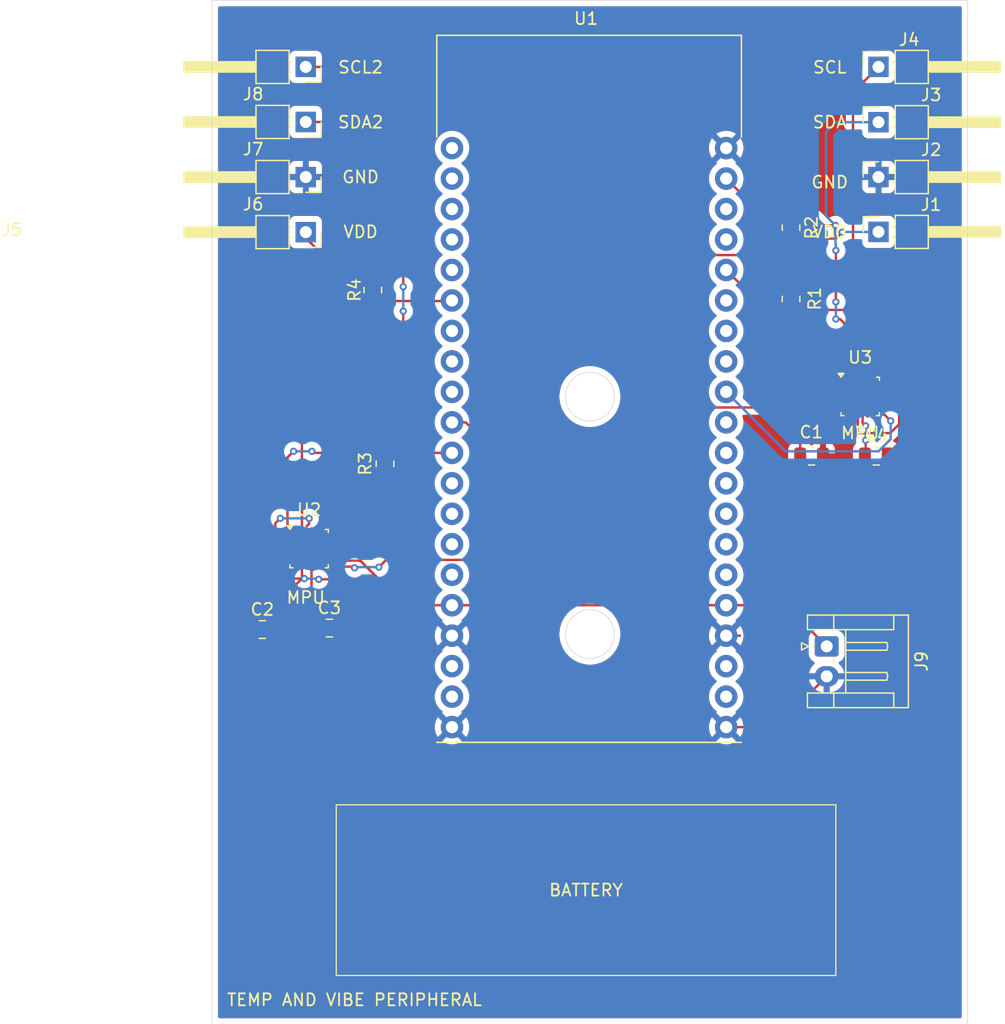
<source format=kicad_pcb>
(kicad_pcb (version 20241229) (generator "pcbnew") (generator_version "9.0")
  (layers (0 "F.Cu" signal) (2 "B.Cu" signal) (13 "F.Paste" user) (15 "B.Paste" user) (5 "F.SilkS" user "F.Silkscreen") (7 "B.SilkS" user "B.Silkscreen") (1 "F.Mask" user) (3 "B.Mask" user) (25 "Edge.Cuts" user))
  (net 0 "")
  (net 1 "SCL")
  (net 2 "GND")
  (net 3 "VDDIO")
  (net 4 "Net-(U3-REGOUT)")
  (net 5 "SDA2")
  (net 6 "SCL2")
  (net 8 "MCUINT1")
  (net 9 "Net-(U2-AD0{slash}MISO)")
  (net 11 "Net-(U2-REGOUT)")
  (net 12 "MCUINT2")
  (net 14 "SDA")
  (net 18 "VBAT")
  (net 19 "VBAT_1")
  (net 23 "VUSB")
  (net 28 "VUSB_1")
  (footprint "Resistor_SMD:R_0805_2012Metric" (layer "F.Cu") (at 37.084 51.0775 -90)
    (property "Reference" "R4" (at 0 1.524 90) (layer "F.SilkS"))
    (property "Value" "4.7 K")
    (fp_line (start -0.227064 0.735) (end 0.227064 0.735) (stroke (width 0.12)) (layer "F.SilkS"))
    (fp_line (start -0.227064 -0.735) (end 0.227064 -0.735) (stroke (width 0.12)) (layer "F.SilkS"))
    (pad "1" smd roundrect (at -0.9125 0 270) (size 1.025 1.4) (layers "F.Cu" "F.Mask" "F.Paste") (roundrect_rratio 0.243902) (net 3 "VDDIO"))
    (pad "2" smd roundrect (at 0.9125 0 270) (size 1.025 1.4) (layers "F.Cu" "F.Mask" "F.Paste") (roundrect_rratio 0.243902) (net 6 "SCL2"))
  )
  (footprint "Sensor_Motion:InvenSense_QFN-24_3x3mm_P0.4mm" (layer "F.Cu") (at 31.774 72.628)
    (property "Reference" "U2" (at 0 -3.25 0) (layer "F.SilkS"))
    (property "Value" "MPU-9250")
    (fp_line (start -1.6 1.6) (end -1.6 1.35) (stroke (width 0.12)) (layer "F.SilkS"))
    (fp_line (start -1.6 1.6) (end -1.35 1.6) (stroke (width 0.12)) (layer "F.SilkS"))
    (fp_line (start 1.6 -1.6) (end 1.35 -1.6) (stroke (width 0.12)) (layer "F.SilkS"))
    (fp_line (start 1.6 -1.6) (end 1.6 -1.35) (stroke (width 0.12)) (layer "F.SilkS"))
    (fp_line (start 1.6 1.6) (end 1.35 1.6) (stroke (width 0.12)) (layer "F.SilkS"))
    (fp_line (start 1.6 1.6) (end 1.6 1.35) (stroke (width 0.12)) (layer "F.SilkS"))
    (fp_poly (pts (xy -1.6 -1.6) (xy -1.84 -1.93) (xy -1.36 -1.93) (xy -1.6 -1.6)) (stroke (width 0.12)) (fill yes) (layer "F.SilkS"))
    (pad "1" smd roundrect (at -1.5 -1) (size 0.55 0.2) (layers "F.Cu" "F.Mask" "F.Paste") (net 3 "VDDIO"))
    (pad "2" smd roundrect (at -1.5 -0.6) (size 0.55 0.2) (layers "F.Cu" "F.Mask" "F.Paste"))
    (pad "3" smd roundrect (at -1.5 -0.2) (size 0.55 0.2) (layers "F.Cu" "F.Mask" "F.Paste"))
    (pad "4" smd roundrect (at -1.5 0.2) (size 0.55 0.2) (layers "F.Cu" "F.Mask" "F.Paste"))
    (pad "5" smd roundrect (at -1.5 0.6) (size 0.55 0.2) (layers "F.Cu" "F.Mask" "F.Paste"))
    (pad "6" smd roundrect (at -1.5 1) (size 0.55 0.2) (layers "F.Cu" "F.Mask" "F.Paste"))
    (pad "7" smd roundrect (at -1 1.5 90) (size 0.55 0.2) (layers "F.Cu" "F.Mask" "F.Paste"))
    (pad "8" smd roundrect (at -0.6 1.5 90) (size 0.55 0.2) (layers "F.Cu" "F.Mask" "F.Paste") (net 3 "VDDIO"))
    (pad "9" smd roundrect (at -0.2 1.5 90) (size 0.55 0.2) (layers "F.Cu" "F.Mask" "F.Paste") (net 9 "Net-(U2-AD0{slash}MISO)"))
    (pad "10" smd roundrect (at 0.2 1.5 90) (size 0.55 0.2) (layers "F.Cu" "F.Mask" "F.Paste") (net 11 "Net-(U2-REGOUT)"))
    (pad "11" smd roundrect (at 0.6 1.5 90) (size 0.55 0.2) (layers "F.Cu" "F.Mask" "F.Paste") (net 9 "Net-(U2-AD0{slash}MISO)"))
    (pad "12" smd roundrect (at 1 1.5 90) (size 0.55 0.2) (layers "F.Cu" "F.Mask" "F.Paste") (net 8 "MCUINT1"))
    (pad "13" smd roundrect (at 1.5 1) (size 0.55 0.2) (layers "F.Cu" "F.Mask" "F.Paste") (net 3 "VDDIO"))
    (pad "14" smd roundrect (at 1.5 0.6) (size 0.55 0.2) (layers "F.Cu" "F.Mask" "F.Paste"))
    (pad "15" smd roundrect (at 1.5 0.2) (size 0.55 0.2) (layers "F.Cu" "F.Mask" "F.Paste"))
    (pad "16" smd roundrect (at 1.5 -0.2) (size 0.55 0.2) (layers "F.Cu" "F.Mask" "F.Paste"))
    (pad "17" smd roundrect (at 1.5 -0.6) (size 0.55 0.2) (layers "F.Cu" "F.Mask" "F.Paste"))
    (pad "18" smd roundrect (at 1.5 -1) (size 0.55 0.2) (layers "F.Cu" "F.Mask" "F.Paste") (net 2 "GND"))
    (pad "19" smd roundrect (at 1 -1.5 90) (size 0.55 0.2) (layers "F.Cu" "F.Mask" "F.Paste"))
    (pad "20" smd roundrect (at 0.6 -1.5 90) (size 0.55 0.2) (layers "F.Cu" "F.Mask" "F.Paste") (net 2 "GND"))
    (pad "21" smd roundrect (at 0.2 -1.5 90) (size 0.55 0.2) (layers "F.Cu" "F.Mask" "F.Paste"))
    (pad "22" smd roundrect (at -0.2 -1.5 90) (size 0.55 0.2) (layers "F.Cu" "F.Mask" "F.Paste") (net 3 "VDDIO"))
    (pad "23" smd roundrect (at -0.6 -1.5 90) (size 0.55 0.2) (layers "F.Cu" "F.Mask" "F.Paste") (net 6 "SCL2"))
    (pad "24" smd roundrect (at -1 -1.5 90) (size 0.55 0.2) (layers "F.Cu" "F.Mask" "F.Paste") (net 5 "SDA2"))
    (zone (net 0) (net_name "") (layer "F.Cu") (connect_pads (clearance 0)) (min_thickness 0.254)
      (keepout (tracks not_allowed) (vias not_allowed) (pads not_allowed) (copperpour not_allowed) (footprints allowed))
      (fill (thermal_gap 0.508) (thermal_bridge_width 0.508))
      (polygon (pts (xy 30.899 71.833) (xy 32.649 71.833) (xy 32.649 73.423) (xy 30.899 73.423)))
    )
  )
  (footprint "Capacitor_SMD:C_0805_2012Metric" (layer "F.Cu") (at 79.067 64.921)
    (property "Reference" "C4" (at 0 -1.68 0) (layer "F.SilkS"))
    (property "Value" "0.1 uF")
    (fp_line (start -0.261252 -0.735) (end 0.261252 -0.735) (stroke (width 0.12)) (layer "F.SilkS"))
    (fp_line (start -0.261252 0.735) (end 0.261252 0.735) (stroke (width 0.12)) (layer "F.SilkS"))
    (pad "1" smd roundrect (at -0.95 0) (size 1 1.45) (layers "F.Cu" "F.Mask" "F.Paste") (net 4 "Net-(U3-REGOUT)"))
    (pad "2" smd roundrect (at 0.95 0) (size 1 1.45) (layers "F.Cu" "F.Mask" "F.Paste") (net 2 "GND"))
  )
  (footprint "DEV-13907-3:MODULE_DEV-13907" (layer "F.Cu") (at 55.118 59.309)
    (property "Reference" "U1" (at -0.254 -30.861 0) (layer "F.SilkS"))
    (property "Value" "DEV-13907")
    (fp_line (start -12.7 -29.464) (end 12.7 -29.464) (stroke (width 0.127)) (layer "F.SilkS"))
    (fp_line (start -12.7 -20.986) (end -12.7 -29.464) (stroke (width 0.127)) (layer "F.SilkS"))
    (fp_line (start -12.7 29.464) (end 12.7 29.464) (stroke (width 0.127)) (layer "F.SilkS"))
    (fp_line (start 12.7 -29.464) (end 12.7 -20.986) (stroke (width 0.127)) (layer "F.SilkS"))
    (pad "J1_1" thru_hole circle (at -11.43 28.194) (size 1.8796 1.8796) (drill 1.016) (layers "*.Cu" "*.Mask") (net 2 "GND"))
    (pad "J1_2" thru_hole circle (at -11.43 25.654) (size 1.8796 1.8796) (drill 1.016) (layers "*.Cu" "*.Mask") (net 28 "VUSB_1"))
    (pad "J1_3" thru_hole circle (at -11.43 23.114) (size 1.8796 1.8796) (drill 1.016) (layers "*.Cu" "*.Mask") (net 18 "VBAT"))
    (pad "J1_4" thru_hole circle (at -11.43 20.574) (size 1.8796 1.8796) (drill 1.016) (layers "*.Cu" "*.Mask") (net 2 "GND"))
    (pad "J1_5" thru_hole circle (at -11.43 18.034) (size 1.8796 1.8796) (drill 1.016) (layers "*.Cu" "*.Mask") (net 3 "VDDIO"))
    (pad "J1_6" thru_hole circle (at -11.43 15.494) (size 1.8796 1.8796) (drill 1.016) (layers "*.Cu" "*.Mask"))
    (pad "J1_7" thru_hole circle (at -11.43 12.954) (size 1.8796 1.8796) (drill 1.016) (layers "*.Cu" "*.Mask"))
    (pad "J1_8" thru_hole circle (at -11.43 10.414) (size 1.8796 1.8796) (drill 1.016) (layers "*.Cu" "*.Mask"))
    (pad "J1_9" thru_hole circle (at -11.43 7.874) (size 1.8796 1.8796) (drill 1.016) (layers "*.Cu" "*.Mask"))
    (pad "J1_10" thru_hole circle (at -11.43 5.334) (size 1.8796 1.8796) (drill 1.016) (layers "*.Cu" "*.Mask") (net 5 "SDA2"))
    (pad "J1_11" thru_hole circle (at -11.43 2.794) (size 1.8796 1.8796) (drill 1.016) (layers "*.Cu" "*.Mask") (net 8 "MCUINT1"))
    (pad "J1_12" thru_hole circle (at -11.43 0.254) (size 1.8796 1.8796) (drill 1.016) (layers "*.Cu" "*.Mask"))
    (pad "J1_13" thru_hole circle (at -11.43 -2.286) (size 1.8796 1.8796) (drill 1.016) (layers "*.Cu" "*.Mask"))
    (pad "J1_14" thru_hole circle (at -11.43 -4.826) (size 1.8796 1.8796) (drill 1.016) (layers "*.Cu" "*.Mask"))
    (pad "J1_15" thru_hole circle (at -11.43 -7.366) (size 1.8796 1.8796) (drill 1.016) (layers "*.Cu" "*.Mask") (net 6 "SCL2"))
    (pad "J1_16" thru_hole circle (at -11.43 -9.906) (size 1.8796 1.8796) (drill 1.016) (layers "*.Cu" "*.Mask"))
    (pad "J1_17" thru_hole circle (at -11.43 -12.446) (size 1.8796 1.8796) (drill 1.016) (layers "*.Cu" "*.Mask"))
    (pad "J1_18" thru_hole circle (at -11.43 -14.986) (size 1.8796 1.8796) (drill 1.016) (layers "*.Cu" "*.Mask"))
    (pad "J1_19" thru_hole circle (at -11.43 -17.526) (size 1.8796 1.8796) (drill 1.016) (layers "*.Cu" "*.Mask"))
    (pad "J1_20" thru_hole circle (at -11.43 -20.066) (size 1.8796 1.8796) (drill 1.016) (layers "*.Cu" "*.Mask"))
    (pad "J2_1" thru_hole circle (at 11.43 28.194) (size 1.8796 1.8796) (drill 1.016) (layers "*.Cu" "*.Mask") (net 2 "GND"))
    (pad "J2_2" thru_hole circle (at 11.43 25.654) (size 1.8796 1.8796) (drill 1.016) (layers "*.Cu" "*.Mask") (net 23 "VUSB"))
    (pad "J2_3" thru_hole circle (at 11.43 23.114) (size 1.8796 1.8796) (drill 1.016) (layers "*.Cu" "*.Mask") (net 19 "VBAT_1"))
    (pad "J2_4" thru_hole circle (at 11.43 20.574) (size 1.8796 1.8796) (drill 1.016) (layers "*.Cu" "*.Mask") (net 2 "GND"))
    (pad "J2_5" thru_hole circle (at 11.43 18.034) (size 1.8796 1.8796) (drill 1.016) (layers "*.Cu" "*.Mask") (net 3 "VDDIO"))
    (pad "J2_6" thru_hole circle (at 11.43 15.494) (size 1.8796 1.8796) (drill 1.016) (layers "*.Cu" "*.Mask"))
    (pad "J2_7" thru_hole circle (at 11.43 12.954) (size 1.8796 1.8796) (drill 1.016) (layers "*.Cu" "*.Mask"))
    (pad "J2_8" thru_hole circle (at 11.43 10.414) (size 1.8796 1.8796) (drill 1.016) (layers "*.Cu" "*.Mask"))
    (pad "J2_9" thru_hole circle (at 11.43 7.874) (size 1.8796 1.8796) (drill 1.016) (layers "*.Cu" "*.Mask"))
    (pad "J2_10" thru_hole circle (at 11.43 5.334) (size 1.8796 1.8796) (drill 1.016) (layers "*.Cu" "*.Mask"))
    (pad "J2_11" thru_hole circle (at 11.43 2.794) (size 1.8796 1.8796) (drill 1.016) (layers "*.Cu" "*.Mask"))
    (pad "J2_12" thru_hole circle (at 11.43 0.254) (size 1.8796 1.8796) (drill 1.016) (layers "*.Cu" "*.Mask") (net 12 "MCUINT2"))
    (pad "J2_13" thru_hole circle (at 11.43 -2.286) (size 1.8796 1.8796) (drill 1.016) (layers "*.Cu" "*.Mask"))
    (pad "J2_14" thru_hole circle (at 11.43 -4.826) (size 1.8796 1.8796) (drill 1.016) (layers "*.Cu" "*.Mask"))
    (pad "J2_15" thru_hole circle (at 11.43 -7.366) (size 1.8796 1.8796) (drill 1.016) (layers "*.Cu" "*.Mask"))
    (pad "J2_16" thru_hole circle (at 11.43 -9.906) (size 1.8796 1.8796) (drill 1.016) (layers "*.Cu" "*.Mask") (net 1 "SCL"))
    (pad "J2_17" thru_hole circle (at 11.43 -12.446) (size 1.8796 1.8796) (drill 1.016) (layers "*.Cu" "*.Mask"))
    (pad "J2_18" thru_hole circle (at 11.43 -14.986) (size 1.8796 1.8796) (drill 1.016) (layers "*.Cu" "*.Mask"))
    (pad "J2_19" thru_hole circle (at 11.43 -17.526) (size 1.8796 1.8796) (drill 1.016) (layers "*.Cu" "*.Mask") (net 14 "SDA"))
    (pad "J2_20" thru_hole circle (at 11.43 -20.066) (size 1.8796 1.8796) (drill 1.016) (layers "*.Cu" "*.Mask") (net 2 "GND"))
  )
  (footprint "Connector_PinHeader_2.54mm:PinHeader_1x01_P2.54mm_Horizontal" (layer "F.Cu") (at 31.496 46.246 180)
    (property "Reference" "J5" (at 24.513 0.197 0) (layer "F.SilkS"))
    (property "Value" "VDD" (hide yes))
    (fp_line (start 4.15 1.38) (end 4.15 -1.38) (stroke (width 0.12)) (layer "F.SilkS"))
    (fp_line (start 4.15 -1.38) (end 1.39 -1.38) (stroke (width 0.12)) (layer "F.SilkS"))
    (fp_line (start 1.39 1.38) (end 4.15 1.38) (stroke (width 0.12)) (layer "F.SilkS"))
    (fp_line (start 1.39 -1.38) (end 1.39 1.38) (stroke (width 0.12)) (layer "F.SilkS"))
    (fp_line (start 1.16 0.43) (end 1.39 0.43) (stroke (width 0.12)) (layer "F.SilkS"))
    (fp_line (start 1.16 -0.43) (end 1.39 -0.43) (stroke (width 0.12)) (layer "F.SilkS"))
    (fp_line (start -1.27 0) (end -1.27 -1.27) (stroke (width 0.12)) (layer "F.SilkS"))
    (fp_line (start -1.27 -1.27) (end 0 -1.27) (stroke (width 0.12)) (layer "F.SilkS"))
    (fp_rect (start 4.15 -0.43) (end 10.15 0.43) (stroke (width 0.12)) (fill yes) (layer "F.SilkS"))
    (pad "1" thru_hole rect (at 0 0 180) (size 1.7 1.7) (drill 1) (layers "*.Cu" "*.Mask") (net 3 "VDDIO"))
  )
  (footprint "Sensor_Motion:InvenSense_QFN-24_3x3mm_P0.4mm" (layer "F.Cu") (at 77.724 59.944)
    (property "Reference" "U3" (at 0 -3.25 0) (layer "F.SilkS"))
    (property "Value" "MPU-9250")
    (fp_line (start -1.6 1.6) (end -1.6 1.35) (stroke (width 0.12)) (layer "F.SilkS"))
    (fp_line (start -1.6 1.6) (end -1.35 1.6) (stroke (width 0.12)) (layer "F.SilkS"))
    (fp_line (start 1.6 -1.6) (end 1.35 -1.6) (stroke (width 0.12)) (layer "F.SilkS"))
    (fp_line (start 1.6 -1.6) (end 1.6 -1.35) (stroke (width 0.12)) (layer "F.SilkS"))
    (fp_line (start 1.6 1.6) (end 1.35 1.6) (stroke (width 0.12)) (layer "F.SilkS"))
    (fp_line (start 1.6 1.6) (end 1.6 1.35) (stroke (width 0.12)) (layer "F.SilkS"))
    (fp_poly (pts (xy -1.6 -1.6) (xy -1.84 -1.93) (xy -1.36 -1.93) (xy -1.6 -1.6)) (stroke (width 0.12)) (fill yes) (layer "F.SilkS"))
    (pad "1" smd roundrect (at -1.5 -1) (size 0.55 0.2) (layers "F.Cu" "F.Mask" "F.Paste") (net 3 "VDDIO"))
    (pad "2" smd roundrect (at -1.5 -0.6) (size 0.55 0.2) (layers "F.Cu" "F.Mask" "F.Paste"))
    (pad "3" smd roundrect (at -1.5 -0.2) (size 0.55 0.2) (layers "F.Cu" "F.Mask" "F.Paste"))
    (pad "4" smd roundrect (at -1.5 0.2) (size 0.55 0.2) (layers "F.Cu" "F.Mask" "F.Paste"))
    (pad "5" smd roundrect (at -1.5 0.6) (size 0.55 0.2) (layers "F.Cu" "F.Mask" "F.Paste"))
    (pad "6" smd roundrect (at -1.5 1) (size 0.55 0.2) (layers "F.Cu" "F.Mask" "F.Paste"))
    (pad "7" smd roundrect (at -1 1.5 90) (size 0.55 0.2) (layers "F.Cu" "F.Mask" "F.Paste"))
    (pad "8" smd roundrect (at -0.6 1.5 90) (size 0.55 0.2) (layers "F.Cu" "F.Mask" "F.Paste") (net 3 "VDDIO"))
    (pad "9" smd roundrect (at -0.2 1.5 90) (size 0.55 0.2) (layers "F.Cu" "F.Mask" "F.Paste") (net 3 "VDDIO"))
    (pad "10" smd roundrect (at 0.2 1.5 90) (size 0.55 0.2) (layers "F.Cu" "F.Mask" "F.Paste") (net 4 "Net-(U3-REGOUT)"))
    (pad "11" smd roundrect (at 0.6 1.5 90) (size 0.55 0.2) (layers "F.Cu" "F.Mask" "F.Paste") (net 2 "GND"))
    (pad "12" smd roundrect (at 1 1.5 90) (size 0.55 0.2) (layers "F.Cu" "F.Mask" "F.Paste") (net 12 "MCUINT2"))
    (pad "13" smd roundrect (at 1.5 1) (size 0.55 0.2) (layers "F.Cu" "F.Mask" "F.Paste") (net 3 "VDDIO"))
    (pad "14" smd roundrect (at 1.5 0.6) (size 0.55 0.2) (layers "F.Cu" "F.Mask" "F.Paste"))
    (pad "15" smd roundrect (at 1.5 0.2) (size 0.55 0.2) (layers "F.Cu" "F.Mask" "F.Paste"))
    (pad "16" smd roundrect (at 1.5 -0.2) (size 0.55 0.2) (layers "F.Cu" "F.Mask" "F.Paste"))
    (pad "17" smd roundrect (at 1.5 -0.6) (size 0.55 0.2) (layers "F.Cu" "F.Mask" "F.Paste"))
    (pad "18" smd roundrect (at 1.5 -1) (size 0.55 0.2) (layers "F.Cu" "F.Mask" "F.Paste") (net 2 "GND"))
    (pad "19" smd roundrect (at 1 -1.5 90) (size 0.55 0.2) (layers "F.Cu" "F.Mask" "F.Paste"))
    (pad "20" smd roundrect (at 0.6 -1.5 90) (size 0.55 0.2) (layers "F.Cu" "F.Mask" "F.Paste") (net 2 "GND"))
    (pad "21" smd roundrect (at 0.2 -1.5 90) (size 0.55 0.2) (layers "F.Cu" "F.Mask" "F.Paste"))
    (pad "22" smd roundrect (at -0.2 -1.5 90) (size 0.55 0.2) (layers "F.Cu" "F.Mask" "F.Paste") (net 3 "VDDIO"))
    (pad "23" smd roundrect (at -0.6 -1.5 90) (size 0.55 0.2) (layers "F.Cu" "F.Mask" "F.Paste") (net 1 "SCL"))
    (pad "24" smd roundrect (at -1 -1.5 90) (size 0.55 0.2) (layers "F.Cu" "F.Mask" "F.Paste") (net 14 "SDA"))
    (zone (net 0) (net_name "") (layer "F.Cu") (connect_pads (clearance 0)) (min_thickness 0.254)
      (keepout (tracks not_allowed) (vias not_allowed) (pads not_allowed) (copperpour not_allowed) (footprints allowed))
      (fill (thermal_gap 0.508) (thermal_bridge_width 0.508))
      (polygon (pts (xy 76.849 59.149) (xy 78.599 59.149) (xy 78.599 60.739) (xy 76.849 60.739)))
    )
  )
  (footprint "Resistor_SMD:R_0805_2012Metric" (layer "F.Cu") (at 71.955 45.871 90)
    (property "Reference" "R2" (at 0 1.705 90) (layer "F.SilkS"))
    (property "Value" "4.7 K")
    (fp_line (start -0.227064 -0.735) (end 0.227064 -0.735) (stroke (width 0.12)) (layer "F.SilkS"))
    (fp_line (start -0.227064 0.735) (end 0.227064 0.735) (stroke (width 0.12)) (layer "F.SilkS"))
    (pad "1" smd roundrect (at -0.9125 0 90) (size 1.025 1.4) (layers "F.Cu" "F.Mask" "F.Paste") (roundrect_rratio 0.243902) (net 3 "VDDIO"))
    (pad "2" smd roundrect (at 0.9125 0 90) (size 1.025 1.4) (layers "F.Cu" "F.Mask" "F.Paste") (roundrect_rratio 0.243902) (net 14 "SDA"))
  )
  (footprint "Capacitor_SMD:C_0805_2012Metric" (layer "F.Cu") (at 27.874 79.375)
    (property "Reference" "C2" (at 0 -1.68 0) (layer "F.SilkS"))
    (property "Value" "0.1 uF")
    (fp_line (start -0.261252 -0.735) (end 0.261252 -0.735) (stroke (width 0.12)) (layer "F.SilkS"))
    (fp_line (start -0.261252 0.735) (end 0.261252 0.735) (stroke (width 0.12)) (layer "F.SilkS"))
    (pad "1" smd roundrect (at -0.95 0) (size 1 1.45) (layers "F.Cu" "F.Mask" "F.Paste") (net 3 "VDDIO"))
    (pad "2" smd roundrect (at 0.95 0) (size 1 1.45) (layers "F.Cu" "F.Mask" "F.Paste") (net 2 "GND"))
  )
  (footprint "Connector_PinHeader_2.54mm:PinHeader_1x01_P2.54mm_Horizontal" (layer "F.Cu") (at 79.248 41.656)
    (property "Reference" "J2" (at 4.385 -2.27 0) (layer "F.SilkS"))
    (property "Value" "GND" (hide yes))
    (fp_line (start -1.27 -1.27) (end 0 -1.27) (stroke (width 0.12)) (layer "F.SilkS"))
    (fp_line (start -1.27 0) (end -1.27 -1.27) (stroke (width 0.12)) (layer "F.SilkS"))
    (fp_line (start 1.16 -0.43) (end 1.39 -0.43) (stroke (width 0.12)) (layer "F.SilkS"))
    (fp_line (start 1.16 0.43) (end 1.39 0.43) (stroke (width 0.12)) (layer "F.SilkS"))
    (fp_line (start 1.39 -1.38) (end 1.39 1.38) (stroke (width 0.12)) (layer "F.SilkS"))
    (fp_line (start 1.39 1.38) (end 4.15 1.38) (stroke (width 0.12)) (layer "F.SilkS"))
    (fp_line (start 4.15 -1.38) (end 1.39 -1.38) (stroke (width 0.12)) (layer "F.SilkS"))
    (fp_line (start 4.15 1.38) (end 4.15 -1.38) (stroke (width 0.12)) (layer "F.SilkS"))
    (fp_rect (start 4.15 -0.43) (end 10.15 0.43) (stroke (width 0.12)) (fill yes) (layer "F.SilkS"))
    (pad "1" thru_hole rect (at 0 0) (size 1.7 1.7) (drill 1) (layers "*.Cu" "*.Mask") (net 2 "GND"))
  )
  (footprint "Connector_PinHeader_2.54mm:PinHeader_1x01_P2.54mm_Horizontal" (layer "F.Cu") (at 31.496 32.476 180)
    (property "Reference" "J8" (at 4.385 -2.27 0) (layer "F.SilkS"))
    (property "Value" "SCL2" (hide yes))
    (fp_line (start 4.15 1.38) (end 4.15 -1.38) (stroke (width 0.12)) (layer "F.SilkS"))
    (fp_line (start 4.15 -1.38) (end 1.39 -1.38) (stroke (width 0.12)) (layer "F.SilkS"))
    (fp_line (start 1.39 1.38) (end 4.15 1.38) (stroke (width 0.12)) (layer "F.SilkS"))
    (fp_line (start 1.39 -1.38) (end 1.39 1.38) (stroke (width 0.12)) (layer "F.SilkS"))
    (fp_line (start 1.16 0.43) (end 1.39 0.43) (stroke (width 0.12)) (layer "F.SilkS"))
    (fp_line (start 1.16 -0.43) (end 1.39 -0.43) (stroke (width 0.12)) (layer "F.SilkS"))
    (fp_line (start -1.27 0) (end -1.27 -1.27) (stroke (width 0.12)) (layer "F.SilkS"))
    (fp_line (start -1.27 -1.27) (end 0 -1.27) (stroke (width 0.12)) (layer "F.SilkS"))
    (fp_rect (start 4.15 -0.43) (end 10.15 0.43) (stroke (width 0.12)) (fill yes) (layer "F.SilkS"))
    (pad "1" thru_hole rect (at 0 0 180) (size 1.7 1.7) (drill 1) (layers "*.Cu" "*.Mask") (net 6 "SCL2"))
  )
  (footprint "Resistor_SMD:R_0805_2012Metric" (layer "F.Cu") (at 38.1 65.5555 90)
    (property "Reference" "R3" (at 0 -1.65 90) (layer "F.SilkS"))
    (property "Value" "4.7 K")
    (fp_line (start -0.227064 -0.735) (end 0.227064 -0.735) (stroke (width 0.12)) (layer "F.SilkS"))
    (fp_line (start -0.227064 0.735) (end 0.227064 0.735) (stroke (width 0.12)) (layer "F.SilkS"))
    (pad "1" smd roundrect (at -0.9125 0 90) (size 1.025 1.4) (layers "F.Cu" "F.Mask" "F.Paste") (roundrect_rratio 0.243902) (net 3 "VDDIO"))
    (pad "2" smd roundrect (at 0.9125 0 90) (size 1.025 1.4) (layers "F.Cu" "F.Mask" "F.Paste") (roundrect_rratio 0.243902) (net 5 "SDA2"))
  )
  (footprint "Resistor_SMD:R_0805_2012Metric" (layer "F.Cu") (at 71.955 51.8165 -90)
    (property "Reference" "R1" (at -0.0235 -1.974 90) (layer "F.SilkS"))
    (property "Value" "4.7 K")
    (fp_line (start -0.227064 0.735) (end 0.227064 0.735) (stroke (width 0.12)) (layer "F.SilkS"))
    (fp_line (start -0.227064 -0.735) (end 0.227064 -0.735) (stroke (width 0.12)) (layer "F.SilkS"))
    (pad "1" smd roundrect (at -0.9125 0 270) (size 1.025 1.4) (layers "F.Cu" "F.Mask" "F.Paste") (roundrect_rratio 0.243902) (net 3 "VDDIO"))
    (pad "2" smd roundrect (at 0.9125 0 270) (size 1.025 1.4) (layers "F.Cu" "F.Mask" "F.Paste") (roundrect_rratio 0.243902) (net 1 "SCL"))
  )
  (footprint "Connector_JST:JST_EH_S2B-EH_1x02_P2.50mm_Horizontal" (layer "F.Cu") (at 74.93 80.772 -90)
    (property "Reference" "J9" (at 1.25 -7.9 90) (layer "F.SilkS"))
    (property "Value" "Conn_01x02_Pin")
    (fp_line (start -0.3 2.1) (end 0.3 2.1) (stroke (width 0.12)) (layer "F.SilkS"))
    (fp_line (start 0.3 2.1) (end 0 1.5) (stroke (width 0.12)) (layer "F.SilkS"))
    (fp_line (start -2.61 1.61) (end -2.61 -6.81) (stroke (width 0.12)) (layer "F.SilkS"))
    (fp_line (start -1.39 1.61) (end -2.61 1.61) (stroke (width 0.12)) (layer "F.SilkS"))
    (fp_line (start 3.89 1.61) (end 3.89 -0.59) (stroke (width 0.12)) (layer "F.SilkS"))
    (fp_line (start 5.11 1.61) (end 3.89 1.61) (stroke (width 0.12)) (layer "F.SilkS"))
    (fp_line (start 0 1.5) (end -0.3 2.1) (stroke (width 0.12)) (layer "F.SilkS"))
    (fp_line (start -1.39 -0.59) (end -1.39 1.61) (stroke (width 0.12)) (layer "F.SilkS"))
    (fp_line (start -1.39 -0.59) (end -2.61 -0.59) (stroke (width 0.12)) (layer "F.SilkS"))
    (fp_line (start 1.17 -0.59) (end 1.33 -0.59) (stroke (width 0.12)) (layer "F.SilkS"))
    (fp_line (start 3.89 -0.59) (end 5.11 -0.59) (stroke (width 0.12)) (layer "F.SilkS"))
    (fp_line (start -1.39 -1.59) (end 3.89 -1.59) (stroke (width 0.12)) (layer "F.SilkS"))
    (fp_line (start -0.32 -1.59) (end -0.32 -5.01) (stroke (width 0.12)) (layer "F.SilkS"))
    (fp_line (start 0 -1.59) (end -0.32 -1.59) (stroke (width 0.12)) (layer "F.SilkS"))
    (fp_line (start 0.32 -1.59) (end 0 -1.59) (stroke (width 0.12)) (layer "F.SilkS"))
    (fp_line (start 2.18 -1.59) (end 2.18 -5.01) (stroke (width 0.12)) (layer "F.SilkS"))
    (fp_line (start 2.5 -1.59) (end 2.18 -1.59) (stroke (width 0.12)) (layer "F.SilkS"))
    (fp_line (start 2.82 -1.59) (end 2.5 -1.59) (stroke (width 0.12)) (layer "F.SilkS"))
    (fp_line (start -0.32 -5.01) (end 0 -5.09) (stroke (width 0.12)) (layer "F.SilkS"))
    (fp_line (start 0.32 -5.01) (end 0.32 -1.59) (stroke (width 0.12)) (layer "F.SilkS"))
    (fp_line (start 2.18 -5.01) (end 2.5 -5.09) (stroke (width 0.12)) (layer "F.SilkS"))
    (fp_line (start 2.82 -5.01) (end 2.82 -1.59) (stroke (width 0.12)) (layer "F.SilkS"))
    (fp_line (start 0 -5.09) (end 0.32 -5.01) (stroke (width 0.12)) (layer "F.SilkS"))
    (fp_line (start 2.5 -5.09) (end 2.82 -5.01) (stroke (width 0.12)) (layer "F.SilkS"))
    (fp_line (start -2.61 -5.59) (end -1.39 -5.59) (stroke (width 0.12)) (layer "F.SilkS"))
    (fp_line (start -1.39 -5.59) (end -1.39 -0.59) (stroke (width 0.12)) (layer "F.SilkS"))
    (fp_line (start 3.89 -5.59) (end 3.89 -0.59) (stroke (width 0.12)) (layer "F.SilkS"))
    (fp_line (start 5.11 -5.59) (end 3.89 -5.59) (stroke (width 0.12)) (layer "F.SilkS"))
    (fp_line (start -2.61 -6.81) (end 5.11 -6.81) (stroke (width 0.12)) (layer "F.SilkS"))
    (fp_line (start 5.11 -6.81) (end 5.11 1.61) (stroke (width 0.12)) (layer "F.SilkS"))
    (pad "1" thru_hole roundrect (at 0 0 270) (size 1.7 2) (drill 1) (layers "*.Cu" "*.Mask") (roundrect_rratio 0.147059) (net 3 "VDDIO"))
    (pad "2" thru_hole oval (at 2.5 0 270) (size 1.7 2) (drill 1) (layers "*.Cu" "*.Mask") (net 2 "GND"))
  )
  (footprint "Connector_PinHeader_2.54mm:PinHeader_1x01_P2.54mm_Horizontal" (layer "F.Cu") (at 79.248 46.228)
    (property "Reference" "J1" (at 4.385 -2.27 0) (layer "F.SilkS"))
    (property "Value" "VDD" (hide yes))
    (fp_line (start -1.27 -1.27) (end 0 -1.27) (stroke (width 0.12)) (layer "F.SilkS"))
    (fp_line (start -1.27 0) (end -1.27 -1.27) (stroke (width 0.12)) (layer "F.SilkS"))
    (fp_line (start 1.16 -0.43) (end 1.39 -0.43) (stroke (width 0.12)) (layer "F.SilkS"))
    (fp_line (start 1.16 0.43) (end 1.39 0.43) (stroke (width 0.12)) (layer "F.SilkS"))
    (fp_line (start 1.39 -1.38) (end 1.39 1.38) (stroke (width 0.12)) (layer "F.SilkS"))
    (fp_line (start 1.39 1.38) (end 4.15 1.38) (stroke (width 0.12)) (layer "F.SilkS"))
    (fp_line (start 4.15 -1.38) (end 1.39 -1.38) (stroke (width 0.12)) (layer "F.SilkS"))
    (fp_line (start 4.15 1.38) (end 4.15 -1.38) (stroke (width 0.12)) (layer "F.SilkS"))
    (fp_rect (start 4.15 -0.43) (end 10.15 0.43) (stroke (width 0.12)) (fill yes) (layer "F.SilkS"))
    (pad "1" thru_hole rect (at 0 0) (size 1.7 1.7) (drill 1) (layers "*.Cu" "*.Mask") (net 3 "VDDIO"))
  )
  (footprint "Connector_PinHeader_2.54mm:PinHeader_1x01_P2.54mm_Horizontal" (layer "F.Cu") (at 31.496 41.656 180)
    (property "Reference" "J6" (at 4.385 -2.27 0) (layer "F.SilkS"))
    (property "Value" "GND" (hide yes))
    (fp_line (start 4.15 1.38) (end 4.15 -1.38) (stroke (width 0.12)) (layer "F.SilkS"))
    (fp_line (start 4.15 -1.38) (end 1.39 -1.38) (stroke (width 0.12)) (layer "F.SilkS"))
    (fp_line (start 1.39 1.38) (end 4.15 1.38) (stroke (width 0.12)) (layer "F.SilkS"))
    (fp_line (start 1.39 -1.38) (end 1.39 1.38) (stroke (width 0.12)) (layer "F.SilkS"))
    (fp_line (start 1.16 0.43) (end 1.39 0.43) (stroke (width 0.12)) (layer "F.SilkS"))
    (fp_line (start 1.16 -0.43) (end 1.39 -0.43) (stroke (width 0.12)) (layer "F.SilkS"))
    (fp_line (start -1.27 0) (end -1.27 -1.27) (stroke (width 0.12)) (layer "F.SilkS"))
    (fp_line (start -1.27 -1.27) (end 0 -1.27) (stroke (width 0.12)) (layer "F.SilkS"))
    (fp_rect (start 4.15 -0.43) (end 10.15 0.43) (stroke (width 0.12)) (fill yes) (layer "F.SilkS"))
    (pad "1" thru_hole rect (at 0 0 180) (size 1.7 1.7) (drill 1) (layers "*.Cu" "*.Mask") (net 2 "GND"))
  )
  (footprint "Connector_PinHeader_2.54mm:PinHeader_1x01_P2.54mm_Horizontal" (layer "F.Cu") (at 79.248 32.476)
    (property "Reference" "J4" (at 2.553 -2.27 0) (layer "F.SilkS"))
    (property "Value" "SCL" (hide yes))
    (fp_line (start -1.27 -1.27) (end 0 -1.27) (stroke (width 0.12)) (layer "F.SilkS"))
    (fp_line (start -1.27 0) (end -1.27 -1.27) (stroke (width 0.12)) (layer "F.SilkS"))
    (fp_line (start 1.16 -0.43) (end 1.39 -0.43) (stroke (width 0.12)) (layer "F.SilkS"))
    (fp_line (start 1.16 0.43) (end 1.39 0.43) (stroke (width 0.12)) (layer "F.SilkS"))
    (fp_line (start 1.39 -1.38) (end 1.39 1.38) (stroke (width 0.12)) (layer "F.SilkS"))
    (fp_line (start 1.39 1.38) (end 4.15 1.38) (stroke (width 0.12)) (layer "F.SilkS"))
    (fp_line (start 4.15 -1.38) (end 1.39 -1.38) (stroke (width 0.12)) (layer "F.SilkS"))
    (fp_line (start 4.15 1.38) (end 4.15 -1.38) (stroke (width 0.12)) (layer "F.SilkS"))
    (fp_rect (start 4.15 -0.43) (end 10.15 0.43) (stroke (width 0.12)) (fill yes) (layer "F.SilkS"))
    (pad "1" thru_hole rect (at 0 0) (size 1.7 1.7) (drill 1) (layers "*.Cu" "*.Mask") (net 1 "SCL"))
  )
  (footprint "Capacitor_SMD:C_0805_2012Metric" (layer "F.Cu") (at 33.462 79.248)
    (property "Reference" "C3" (at 0 -1.68 0) (layer "F.SilkS"))
    (property "Value" "0.1 uF")
    (fp_line (start -0.261252 -0.735) (end 0.261252 -0.735) (stroke (width 0.12)) (layer "F.SilkS"))
    (fp_line (start -0.261252 0.735) (end 0.261252 0.735) (stroke (width 0.12)) (layer "F.SilkS"))
    (pad "1" smd roundrect (at -0.95 0) (size 1 1.45) (layers "F.Cu" "F.Mask" "F.Paste") (net 11 "Net-(U2-REGOUT)"))
    (pad "2" smd roundrect (at 0.95 0) (size 1 1.45) (layers "F.Cu" "F.Mask" "F.Paste") (net 2 "GND"))
  )
  (footprint "Capacitor_SMD:C_0805_2012Metric" (layer "F.Cu") (at 73.667 64.921)
    (property "Reference" "C1" (at -0.0235 -2.004 0) (layer "F.SilkS"))
    (property "Value" "0.1 uF")
    (fp_line (start -0.261252 -0.735) (end 0.261252 -0.735) (stroke (width 0.12)) (layer "F.SilkS"))
    (fp_line (start -0.261252 0.735) (end 0.261252 0.735) (stroke (width 0.12)) (layer "F.SilkS"))
    (pad "1" smd roundrect (at -0.95 0) (size 1 1.45) (layers "F.Cu" "F.Mask" "F.Paste") (net 3 "VDDIO"))
    (pad "2" smd roundrect (at 0.95 0) (size 1 1.45) (layers "F.Cu" "F.Mask" "F.Paste") (net 2 "GND"))
  )
  (footprint "Connector_PinHeader_2.54mm:PinHeader_1x01_P2.54mm_Horizontal" (layer "F.Cu") (at 31.496 37.066 180)
    (property "Reference" "J7" (at 4.385 -2.27 0) (layer "F.SilkS"))
    (property "Value" "SDA2" (hide yes))
    (fp_line (start 4.15 1.38) (end 4.15 -1.38) (stroke (width 0.12)) (layer "F.SilkS"))
    (fp_line (start 4.15 -1.38) (end 1.39 -1.38) (stroke (width 0.12)) (layer "F.SilkS"))
    (fp_line (start 1.39 1.38) (end 4.15 1.38) (stroke (width 0.12)) (layer "F.SilkS"))
    (fp_line (start 1.39 -1.38) (end 1.39 1.38) (stroke (width 0.12)) (layer "F.SilkS"))
    (fp_line (start 1.16 0.43) (end 1.39 0.43) (stroke (width 0.12)) (layer "F.SilkS"))
    (fp_line (start 1.16 -0.43) (end 1.39 -0.43) (stroke (width 0.12)) (layer "F.SilkS"))
    (fp_line (start -1.27 0) (end -1.27 -1.27) (stroke (width 0.12)) (layer "F.SilkS"))
    (fp_line (start -1.27 -1.27) (end 0 -1.27) (stroke (width 0.12)) (layer "F.SilkS"))
    (fp_rect (start 4.15 -0.43) (end 10.15 0.43) (stroke (width 0.12)) (fill yes) (layer "F.SilkS"))
    (pad "1" thru_hole rect (at 0 0 180) (size 1.7 1.7) (drill 1) (layers "*.Cu" "*.Mask") (net 5 "SDA2"))
  )
  (footprint "Connector_PinHeader_2.54mm:PinHeader_1x01_P2.54mm_Horizontal" (layer "F.Cu") (at 79.248 37.084)
    (property "Reference" "J3" (at 4.385 -2.27 0) (layer "F.SilkS"))
    (property "Value" "SDA" (hide yes))
    (fp_line (start -1.27 -1.27) (end 0 -1.27) (stroke (width 0.12)) (layer "F.SilkS"))
    (fp_line (start -1.27 0) (end -1.27 -1.27) (stroke (width 0.12)) (layer "F.SilkS"))
    (fp_line (start 1.16 -0.43) (end 1.39 -0.43) (stroke (width 0.12)) (layer "F.SilkS"))
    (fp_line (start 1.16 0.43) (end 1.39 0.43) (stroke (width 0.12)) (layer "F.SilkS"))
    (fp_line (start 1.39 -1.38) (end 1.39 1.38) (stroke (width 0.12)) (layer "F.SilkS"))
    (fp_line (start 1.39 1.38) (end 4.15 1.38) (stroke (width 0.12)) (layer "F.SilkS"))
    (fp_line (start 4.15 -1.38) (end 1.39 -1.38) (stroke (width 0.12)) (layer "F.SilkS"))
    (fp_line (start 4.15 1.38) (end 4.15 -1.38) (stroke (width 0.12)) (layer "F.SilkS"))
    (fp_rect (start 4.15 -0.43) (end 10.15 0.43) (stroke (width 0.12)) (fill yes) (layer "F.SilkS"))
    (pad "1" thru_hole rect (at 0 0) (size 1.7 1.7) (drill 1) (layers "*.Cu" "*.Mask") (net 14 "SDA"))
  )
  (gr_rect (start 34.036 93.98) (end 75.692 108.204) (stroke (width 0.1)) (fill no) (layer "F.SilkS"))
  (gr_circle (center 55.185 59.952586) (end 55.372 57.920586) (stroke (width 0.05)) (fill no) (layer "Edge.Cuts"))
  (gr_rect (start 23.689 26.924) (end 86.681 112.268) (stroke (width 0.05)) (fill no) (layer "Edge.Cuts"))
  (gr_circle (center 55.185 79.756) (end 55.372 77.724) (stroke (width 0.05)) (fill no) (layer "Edge.Cuts"))
  (gr_text "VDD" (at 36.068 46.228 0) (layer "F.SilkS") (effects (font (size 1 1))))
  (gr_text "TEMP AND VIBE PERIPHERAL" (at 35.56 110.236 0) (layer "F.SilkS") (effects (font (size 1 1))))
  (gr_text "VDD" (at 75.184 46.228 0) (layer "F.SilkS") (effects (font (size 1 1))))
  (gr_text "MPU" (at 31.496 76.708 0) (layer "F.SilkS") (effects (font (size 1 1))))
  (gr_text "SCL2" (at 36.068 32.512 0) (layer "F.SilkS") (effects (font (size 1 1))))
  (gr_text "MPU" (at 77.724 62.992 0) (layer "F.SilkS") (effects (font (size 1 1))))
  (gr_text "BATTERY" (at 54.864 101.092 0) (layer "F.SilkS") (effects (font (size 1 1))))
  (gr_text "GND" (at 75.184 42.086 0) (layer "F.SilkS") (effects (font (size 1 1))))
  (gr_text "SDA" (at 75.184 37.084 0) (layer "F.SilkS") (effects (font (size 1 1))))
  (gr_text "GND" (at 36.068 41.656 0) (layer "F.SilkS") (effects (font (size 1 1))))
  (gr_text "SDA2" (at 36.068 37.084 0) (layer "F.SilkS") (effects (font (size 1 1))))
  (gr_text "SCL" (at 75.184 32.512 0) (layer "F.SilkS") (effects (font (size 1 1))))
  (segment (start 76.654 52.729) (end 76.908 52.983) (width 0.2) (layer "F.Cu") (net 1))
  (segment (start 71.828 52.602) (end 71.955 52.729) (width 0.2) (layer "F.Cu") (net 1))
  (segment (start 69.874 52.729) (end 66.548 49.403) (width 0.2) (layer "F.Cu") (net 1))
  (segment (start 77.124 53.199) (end 76.908 52.983) (width 0.2) (layer "F.Cu") (net 1))
  (segment (start 71.955 52.729) (end 76.654 52.729) (width 0.2) (layer "F.Cu") (net 1))
  (segment (start 77.124 53.199) (end 77.124 34.6) (width 0.2) (layer "F.Cu") (net 1))
  (segment (start 77.124 56.539) (end 77.124 58.444) (width 0.2) (layer "F.Cu") (net 1))
  (segment (start 77.124 34.6) (end 79.248 32.476) (width 0.2) (layer "F.Cu") (net 1))
  (segment (start 77.124 56.539) (end 77.124 53.199) (width 0.2) (layer "F.Cu") (net 1))
  (segment (start 71.955 52.729) (end 69.874 52.729) (width 0.2) (layer "F.Cu") (net 1))
  (segment (start 67.691 79.883) (end 66.548 79.883) (width 0.2) (layer "F.Cu") (net 2))
  (segment (start 74.93 83.272) (end 74.89 83.312) (width 0.2) (layer "F.Cu") (net 2))
  (segment (start 66.548 87.503) (end 70.699 87.503) (width 0.2) (layer "F.Cu") (net 2))
  (segment (start 70.699 87.503) (end 74.93 83.272) (width 0.2) (layer "F.Cu") (net 2))
  (segment (start 31.774 70.555226) (end 31.575 70.754226) (width 0.2) (layer "F.Cu") (net 3))
  (segment (start 37.533 75.125) (end 37.592 75.184) (width 0.2) (layer "F.Cu") (net 3))
  (segment (start 63.5 75.692) (end 63.5 60.96) (width 0.2) (layer "F.Cu") (net 3))
  (segment (start 32.574 75.184) (end 37.592 75.184) (width 0.2) (layer "F.Cu") (net 3))
  (segment (start 73.2928 60.8622) (end 75.184 58.971) (width 0.2) (layer "F.Cu") (net 3))
  (segment (start 76.22375 46.25175) (end 75.692 46.7835) (width 0.2) (layer "F.Cu") (net 3))
  (segment (start 39.37 76.962) (end 39.751 77.343) (width 0.2) (layer "F.Cu") (net 3))
  (segment (start 75.184 58.971) (end 76.124 58.971) (width 0.2) (layer "F.Cu") (net 3))
  (segment (start 29.523 75.125) (end 29.074 74.676) (width 0.2) (layer "F.Cu") (net 3))
  (segment (start 63.5 60.96) (end 63.5 59.436) (width 0.2) (layer "F.Cu") (net 3))
  (segment (start 77.523 62) (end 77.523 61.843) (width 0.2) (layer "F.Cu") (net 3))
  (segment (start 77.523 62.996) (end 80.19 62.996) (width 0.2) (layer "F.Cu") (net 3))
  (segment (start 80.972 62.254) (end 80.972 61.365) (width 0.2) (layer "F.Cu") (net 3))
  (segment (start 73.152 60.8622) (end 73.2928 60.8622) (width 0.2) (layer "F.Cu") (net 3))
  (segment (start 29.464 71.628) (end 28.956 72.136) (width 0.2) (layer "F.Cu") (net 3))
  (segment (start 31.174 75.125) (end 31.374 75.125) (width 0.2) (layer "F.Cu") (net 3))
  (segment (start 63.5 75.692) (end 61.849 77.343) (width 0.2) (layer "F.Cu") (net 3))
  (segment (start 64.9262 60.8622) (end 73.152 60.8622) (width 0.2) (layer "F.Cu") (net 3))
  (segment (start 64.6138 48.1622) (end 71.8572 48.1622) (width 0.2) (layer "F.Cu") (net 3))
  (segment (start 36.068 73.66) (end 39.37 76.962) (width 0.2) (layer "F.Cu") (net 3))
  (segment (start 30.274 71.628) (end 29.464 71.628) (width 0.2) (layer "F.Cu") (net 3))
  (segment (start 63.5 59.436) (end 63.5 49.276) (width 0.2) (layer "F.Cu") (net 3))
  (segment (start 34.925 50.165) (end 31.496 46.736) (width 0.2) (layer "F.Cu") (net 3))
  (segment (start 77.543 63.016) (end 77.523 62.996) (width 0.2) (layer "F.Cu") (net 3))
  (segment (start 80.551 60.944) (end 79.224 60.944) (width 0.2) (layer "F.Cu") (net 3))
  (segment (start 36.068 68.5) (end 36.068 73.66) (width 0.2) (layer "F.Cu") (net 3))
  (segment (start 71.955 46.7835) (end 71.955 48.26) (width 0.2) (layer "F.Cu") (net 3))
  (segment (start 29.074 74.676) (end 28.956 74.676) (width 0.2) (layer "F.Cu") (net 3))
  (segment (start 72.717 63.143) (end 72.717 64.921) (width 0.2) (layer "F.Cu") (net 3))
  (segment (start 63.5 59.436) (end 64.9262 60.8622) (width 0.2) (layer "F.Cu") (net 3))
  (segment (start 37.592 75.184) (end 39.37 76.962) (width 0.2) (layer "F.Cu") (net 3))
  (segment (start 39.751 77.343) (end 43.688 77.343) (width 0.2) (layer "F.Cu") (net 3))
  (segment (start 31.174 74.128) (end 31.174 74.862) (width 0.2) (layer "F.Cu") (net 3))
  (segment (start 75.692 46.7835) (end 71.955 46.7835) (width 0.2) (layer "F.Cu") (net 3))
  (segment (start 34.925 50.165) (end 37.084 50.165) (width 0.2) (layer "F.Cu") (net 3))
  (segment (start 28.956 72.136) (end 28.956 74.676) (width 0.2) (layer "F.Cu") (net 3))
  (segment (start 80.21 63.016) (end 80.972 62.254) (width 0.2) (layer "F.Cu") (net 3))
  (segment (start 28.956 70.52) (end 29.372 70.104) (width 0.2) (layer "F.Cu") (net 3))
  (segment (start 73.152 60.8622) (end 73.2302 60.8622) (width 0.2) (layer "F.Cu") (net 3))
  (segment (start 61.849 77.343) (end 43.688 77.343) (width 0.2) (layer "F.Cu") (net 3))
  (segment (start 38.1 66.468) (end 38.1 66.421) (width 0.2) (layer "F.Cu") (net 3))
  (segment (start 31.174 75.125) (end 31.174 74.862) (width 0.2) (layer "F.Cu") (net 3))
  (segment (start 71.955 48.26) (end 71.955 50.904) (width 0.2) (layer "F.Cu") (net 3))
  (segment (start 77.523 62) (end 77.523 61.444) (width 0.2) (layer "F.Cu") (net 3))
  (segment (start 66.548 77.343) (end 65.151 77.343) (width 0.2) (layer "F.Cu") (net 3))
  (segment (start 26.924 79.375) (end 31.174 75.125) (width 0.2) (layer "F.Cu") (net 3))
  (segment (start 77.523 62.996) (end 77.523 62) (width 0.2) (layer "F.Cu") (net 3))
  (segment (start 31.774 70.104) (end 31.774 70.555226) (width 0.2) (layer "F.Cu") (net 3))
  (segment (start 80.551 60.944) (end 80.972 61.365) (width 0.2) (layer "F.Cu") (net 3))
  (segment (start 65.151 77.343) (end 63.5 75.692) (width 0.2) (layer "F.Cu") (net 3))
  (segment (start 71.8572 48.1622) (end 71.955 48.26) (width 0.2) (layer "F.Cu") (net 3))
  (segment (start 63.5 49.276) (end 64.6138 48.1622) (width 0.2) (layer "F.Cu") (net 3))
  (segment (start 33.274 73.628) (end 36.036 73.628) (width 0.2) (layer "F.Cu") (net 3))
  (segment (start 80.19 62.996) (end 80.21 63.016) (width 0.2) (layer "F.Cu") (net 3))
  (segment (start 36.036 73.628) (end 37.592 75.184) (width 0.2) (layer "F.Cu") (net 3))
  (segment (start 75.384 63.016) (end 77.543 63.016) (width 0.2) (layer "F.Cu") (net 3))
  (segment (start 73.2302 60.8622) (end 74.114 61.746) (width 0.2) (layer "F.Cu") (net 3))
  (segment (start 74.114 61.746) (end 75.384 63.016) (width 0.2) (layer "F.Cu") (net 3))
  (segment (start 28.956 72.136) (end 28.956 70.52) (width 0.2) (layer "F.Cu") (net 3))
  (segment (start 71.955 50.904) (end 71.4978 51.3612) (width 0.2) (layer "F.Cu") (net 3))
  (segment (start 66.548 77.343) (end 71.501 77.343) (width 0.2) (layer "F.Cu") (net 3))
  (segment (start 29.523 75.125) (end 31.374 75.125) (width 0.2) (layer "F.Cu") (net 3))
  (segment (start 77.523 61.843) (end 77.124 61.444) (width 0.2) (layer "F.Cu") (net 3))
  (segment (start 74.114 61.746) (end 72.717 63.143) (width 0.2) (layer "F.Cu") (net 3))
  (segment (start 71.501 77.343) (end 74.93 80.772) (width 0.2) (layer "F.Cu") (net 3))
  (segment (start 38.1 66.468) (end 36.068 68.5) (width 0.2) (layer "F.Cu") (net 3))
  (via (at 31.374 75.125) (size 0.6) (drill 0.3) (layers "F.Cu" "B.Cu") (net 3))
  (via (at 76.22375 46.25175) (size 0.6) (drill 0.3) (layers "F.Cu" "B.Cu") (net 3))
  (via (at 31.774 70.104) (size 0.6) (drill 0.3) (layers "F.Cu" "B.Cu") (net 3))
  (via (at 29.372 70.104) (size 0.6) (drill 0.3) (layers "F.Cu" "B.Cu") (net 3))
  (via (at 32.574 75.184) (size 0.6) (drill 0.3) (layers "F.Cu" "B.Cu") (net 3))
  (segment (start 32.515 75.125) (end 32.574 75.184) (width 0.2) (layer "B.Cu") (net 3))
  (segment (start 76.22375 46.25175) (end 76.2 46.228) (width 0.2) (layer "B.Cu") (net 3))
  (segment (start 76.22375 46.25175) (end 76.2475 46.228) (width 0.2) (layer "B.Cu") (net 3))
  (segment (start 31.374 75.125) (end 32.515 75.125) (width 0.2) (layer "B.Cu") (net 3))
  (segment (start 76.2475 46.228) (end 79.248 46.228) (width 0.2) (layer "B.Cu") (net 3))
  (segment (start 29.372 70.104) (end 31.774 70.104) (width 0.2) (layer "B.Cu") (net 3))
  (segment (start 77.924 62.142) (end 78.178 62.396) (width 0.2) (layer "F.Cu") (net 4))
  (segment (start 77.924 61.444) (end 77.924 62.142) (width 0.2) (layer "F.Cu") (net 4))
  (segment (start 78.178 63.596) (end 78.178 64.86) (width 0.2) (layer "F.Cu") (net 4))
  (segment (start 78.178 64.86) (end 78.117 64.921) (width 0.2) (layer "F.Cu") (net 4))
  (via (at 78.178 62.396) (size 0.6) (drill 0.3) (layers "F.Cu" "B.Cu") (net 4))
  (via (at 78.178 63.596) (size 0.6) (drill 0.3) (layers "F.Cu" "B.Cu") (net 4))
  (segment (start 78.178 62.396) (end 78.178 63.596) (width 0.2) (layer "B.Cu") (net 4))
  (segment (start 32.131 64.643) (end 38.1 64.643) (width 0.2) (layer "F.Cu") (net 5))
  (segment (start 29.972 65.024) (end 30.48 64.516) (width 0.2) (layer "F.Cu") (net 5))
  (segment (start 39.624 52.832) (end 39.624 64.643) (width 0.2) (layer "F.Cu") (net 5))
  (segment (start 39.624 39.116) (end 39.624 50.8) (width 0.2) (layer "F.Cu") (net 5))
  (segment (start 32.004 64.516) (end 32.131 64.643) (width 0.2) (layer "F.Cu") (net 5))
  (segment (start 38.1 64.643) (end 39.624 64.643) (width 0.2) (layer "F.Cu") (net 5))
  (segment (start 29.972 70.612) (end 29.972 65.024) (width 0.2) (layer "F.Cu") (net 5))
  (segment (start 37.574 37.066) (end 39.624 39.116) (width 0.2) (layer "F.Cu") (net 5))
  (segment (start 31.496 37.066) (end 37.574 37.066) (width 0.2) (layer "F.Cu") (net 5))
  (segment (start 30.774 71.128) (end 30.488 71.128) (width 0.2) (layer "F.Cu") (net 5))
  (segment (start 30.488 71.128) (end 29.972 70.612) (width 0.2) (layer "F.Cu") (net 5))
  (segment (start 39.624 64.643) (end 43.688 64.643) (width 0.2) (layer "F.Cu") (net 5))
  (via (at 39.624 52.832) (size 0.6) (drill 0.3) (layers "F.Cu" "B.Cu") (net 5))
  (via (at 32.004 64.516) (size 0.6) (drill 0.3) (layers "F.Cu" "B.Cu") (net 5))
  (via (at 30.48 64.516) (size 0.6) (drill 0.3) (layers "F.Cu" "B.Cu") (net 5))
  (via (at 39.624 50.8) (size 0.6) (drill 0.3) (layers "F.Cu" "B.Cu") (net 5))
  (segment (start 39.624 50.8) (end 39.624 52.832) (width 0.2) (layer "B.Cu") (net 5))
  (segment (start 30.48 64.516) (end 32.004 64.516) (width 0.2) (layer "B.Cu") (net 5))
  (segment (start 41.148 51.99) (end 43.641 51.99) (width 0.2) (layer "F.Cu") (net 6))
  (segment (start 34.036 32.512) (end 34 32.476) (width 0.2) (layer "F.Cu") (net 6))
  (segment (start 43.641 51.99) (end 43.688 51.943) (width 0.2) (layer "F.Cu") (net 6))
  (segment (start 41.148 34.036) (end 39.624 32.512) (width 0.2) (layer "F.Cu") (net 6))
  (segment (start 38.1 51.99) (end 41.148 51.99) (width 0.2) (layer "F.Cu") (net 6))
  (segment (start 34 32.476) (end 31.496 32.476) (width 0.2) (layer "F.Cu") (net 6))
  (segment (start 31.174 71.128) (end 31.174 55.694) (width 0.2) (layer "F.Cu") (net 6))
  (segment (start 39.624 32.512) (end 34.036 32.512) (width 0.2) (layer "F.Cu") (net 6))
  (segment (start 41.148 51.99) (end 41.148 34.036) (width 0.2) (layer "F.Cu") (net 6))
  (segment (start 31.174 55.694) (end 34.878 51.99) (width 0.2) (layer "F.Cu") (net 6))
  (segment (start 34.878 51.99) (end 38.1 51.99) (width 0.2) (layer "F.Cu") (net 6))
  (segment (start 38.1978 73.5622) (end 37.592 74.168) (width 0.2) (layer "F.Cu") (net 8))
  (segment (start 43.688 62.103) (end 44.831 62.103) (width 0.2) (layer "F.Cu") (net 8))
  (segment (start 32.774 74.128) (end 35.46 74.128) (width 0.2) (layer "F.Cu") (net 8))
  (segment (start 35.46 74.128) (end 35.56 74.228) (width 0.2) (layer "F.Cu") (net 8))
  (segment (start 45.72 62.992) (end 45.72 72.5462) (width 0.2) (layer "F.Cu") (net 8))
  (segment (start 44.704 73.5622) (end 38.1978 73.5622) (width 0.2) (layer "F.Cu") (net 8))
  (segment (start 45.72 72.5462) (end 44.704 73.5622) (width 0.2) (layer "F.Cu") (net 8))
  (segment (start 44.831 62.103) (end 45.72 62.992) (width 0.2) (layer "F.Cu") (net 8))
  (via (at 37.592 74.168) (size 0.6) (drill 0.3) (layers "F.Cu" "B.Cu") (net 8))
  (via (at 35.56 74.228) (size 0.6) (drill 0.3) (layers "F.Cu" "B.Cu") (net 8))
  (segment (start 35.56 74.228) (end 35.62 74.168) (width 0.2) (layer "B.Cu") (net 8))
  (segment (start 35.62 74.168) (end 37.592 74.168) (width 0.2) (layer "B.Cu") (net 8))
  (segment (start 31.974 74.128) (end 31.974 78.71) (width 0.2) (layer "F.Cu") (net 11))
  (segment (start 31.974 78.71) (end 32.512 79.248) (width 0.2) (layer "F.Cu") (net 11))
  (segment (start 78.724 61.444) (end 79.732 61.444) (width 0.2) (layer "F.Cu") (net 12))
  (segment (start 79.732 61.444) (end 80.264 61.976) (width 0.2) (layer "F.Cu") (net 12))
  (via (at 80.264 61.976) (size 0.6) (drill 0.3) (layers "F.Cu" "B.Cu") (net 12))
  (segment (start 71.501 64.516) (end 79.248 64.516) (width 0.2) (layer "B.Cu") (net 12))
  (segment (start 66.548 59.563) (end 71.501 64.516) (width 0.2) (layer "B.Cu") (net 12))
  (segment (start 79.248 64.516) (end 80.264 63.5) (width 0.2) (layer "B.Cu") (net 12))
  (segment (start 80.264 63.5) (end 80.264 61.976) (width 0.2) (layer "B.Cu") (net 12))
  (segment (start 76.4 53.848) (end 76.4 57.739) (width 0.2) (layer "F.Cu") (net 14))
  (segment (start 74.691063 45.686063) (end 74.034 45.029) (width 0.2) (layer "F.Cu") (net 14))
  (segment (start 75.658063 45.686063) (end 74.691063 45.686063) (width 0.2) (layer "F.Cu") (net 14))
  (segment (start 69.977 45.212) (end 71.7015 45.212) (width 0.2) (layer "F.Cu") (net 14))
  (segment (start 75.692 47.774967) (end 75.692 52.059862) (width 0.2) (layer "F.Cu") (net 14))
  (segment (start 76.724 58.063) (end 76.724 58.444) (width 0.2) (layer "F.Cu") (net 14))
  (segment (start 76.043 53.491) (end 76.4 53.848) (width 0.2) (layer "F.Cu") (net 14))
  (segment (start 71.7015 45.212) (end 71.955 44.9585) (width 0.2) (layer "F.Cu") (net 14))
  (segment (start 74.034 45.029) (end 71.828 45.029) (width 0.2) (layer "F.Cu") (net 14))
  (segment (start 66.548 41.783) (end 69.977 45.212) (width 0.2) (layer "F.Cu") (net 14))
  (segment (start 76.4 57.739) (end 76.724 58.063) (width 0.2) (layer "F.Cu") (net 14))
  (segment (start 71.828 45.029) (end 71.781 44.982) (width 0.2) (layer "F.Cu") (net 14))
  (via (at 75.692 52.059862) (size 0.6) (drill 0.3) (layers "F.Cu" "B.Cu") (net 14))
  (via (at 75.692 47.774967) (size 0.6) (drill 0.3) (layers "F.Cu" "B.Cu") (net 14))
  (via (at 75.658063 45.686063) (size 0.6) (drill 0.3) (layers "F.Cu" "B.Cu") (net 14))
  (via (at 75.692 53.491) (size 0.6) (drill 0.3) (layers "F.Cu" "B.Cu") (net 14))
  (segment (start 75.692 47.774967) (end 75.692 47.266967) (width 0.2) (layer "B.Cu") (net 14))
  (segment (start 75.62275 46.500693) (end 75.62275 46.002807) (width 0.2) (layer "B.Cu") (net 14))
  (segment (start 75.658063 45.967494) (end 75.658063 45.686063) (width 0.2) (layer "B.Cu") (net 14))
  (segment (start 75.658063 46.536006) (end 75.62275 46.500693) (width 0.2) (layer "B.Cu") (net 14))
  (segment (start 75.658063 47.23303) (end 75.658063 46.536006) (width 0.2) (layer "B.Cu") (net 14))
  (segment (start 74.876 37.9) (end 75.692 37.084) (width 0.2) (layer "B.Cu") (net 14))
  (segment (start 75.658063 45.686063) (end 74.876 44.904) (width 0.2) (layer "B.Cu") (net 14))
  (segment (start 75.692 37.084) (end 79.248 37.084) (width 0.2) (layer "B.Cu") (net 14))
  (segment (start 75.62275 46.002807) (end 75.658063 45.967494) (width 0.2) (layer "B.Cu") (net 14))
  (segment (start 75.692 52.059862) (end 75.692 53.491) (width 0.2) (layer "B.Cu") (net 14))
  (segment (start 74.876 44.904) (end 74.876 37.9) (width 0.2) (layer "B.Cu") (net 14))
  (segment (start 75.692 47.266967) (end 75.658063 47.23303) (width 0.2) (layer "B.Cu") (net 14))
  (zone (net 2) (net_name "GND") (layers "F.Cu" "B.Cu") (connect_pads (clearance 0.5)) (min_thickness 0.25) (fill yes (thermal_gap 0.5) (thermal_bridge_width 0.5))
    (polygon (pts (xy 23.876 26.924) (xy 86.868 26.924) (xy 86.868 112.268) (xy 23.876 112.268)))
  )
)
</source>
